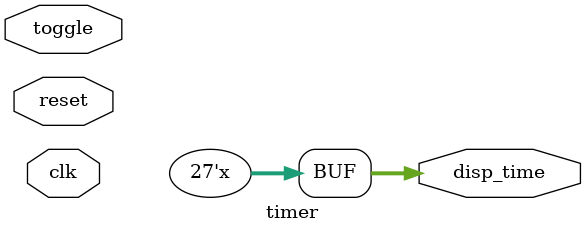
<source format=v>
`timescale 1ns / 1ps

module timer(toggle, reset, clk, disp_time);
    
    input toggle, reset, clk;
    output reg [26:0] disp_time;
    
    reg [4:0] hr = 0;
    reg [5:0] min = 0;
    reg [5:0] sec = 0;
    reg [9:0] ms = 0;
    
    always @ (posedge reset) begin
        // reset timer to starting point
        if (reset) begin
            hr <= 5'b10111;
            min <= 6'b111011;
            sec <= 6'b111011;
            ms <= 10'b1111101000;
        end
    end
    
    always @ (posedge clk) begin
        // while the timer is not set to stop, keep counting
        if (toggle) begin
            ms <= ms - 1'b1;
            end
    end
    
    always @ (*) begin
        // if we count 1000ms, decrement the second
        if (ms == 0) begin
            ms <= 10'b1111101000;
            sec <= sec - 1'b1;
        end
        else if (sec == 0) begin
            sec <= 6'b111011;
            min <= min - 1'b1;
        end
        else if (min == 0) begin
            min <= 6'b111011;
            hr <= hr - 1'b1;
        end
        else if (hr == 0) begin 
            // stop the timer
            ms <= 0;
            sec <= 0;
            min <= 0;
            hr <= 0;
        end
        
        disp_time <= {hr, min, sec, ms};
        
    end
   

endmodule

</source>
